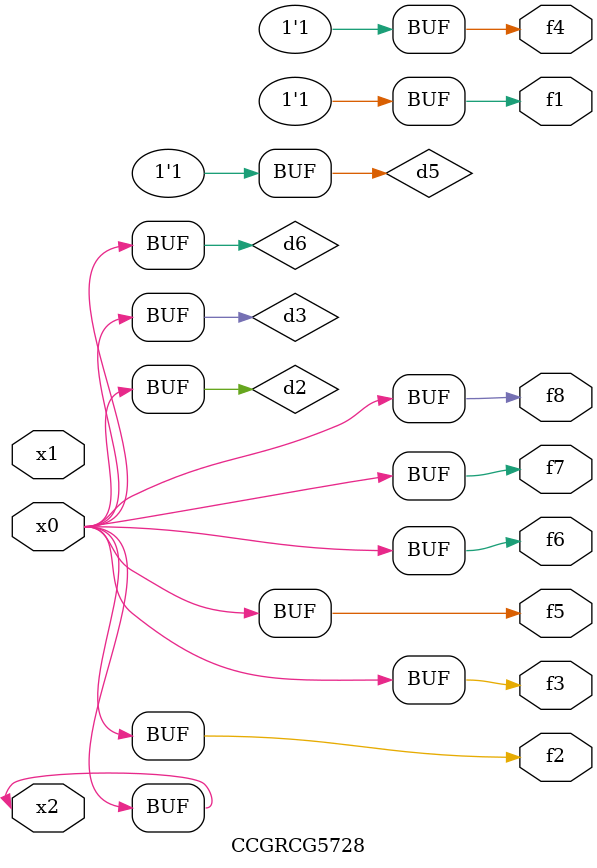
<source format=v>
module CCGRCG5728(
	input x0, x1, x2,
	output f1, f2, f3, f4, f5, f6, f7, f8
);

	wire d1, d2, d3, d4, d5, d6;

	xnor (d1, x2);
	buf (d2, x0, x2);
	and (d3, x0);
	xnor (d4, x1, x2);
	nand (d5, d1, d3);
	buf (d6, d2, d3);
	assign f1 = d5;
	assign f2 = d6;
	assign f3 = d6;
	assign f4 = d5;
	assign f5 = d6;
	assign f6 = d6;
	assign f7 = d6;
	assign f8 = d6;
endmodule

</source>
